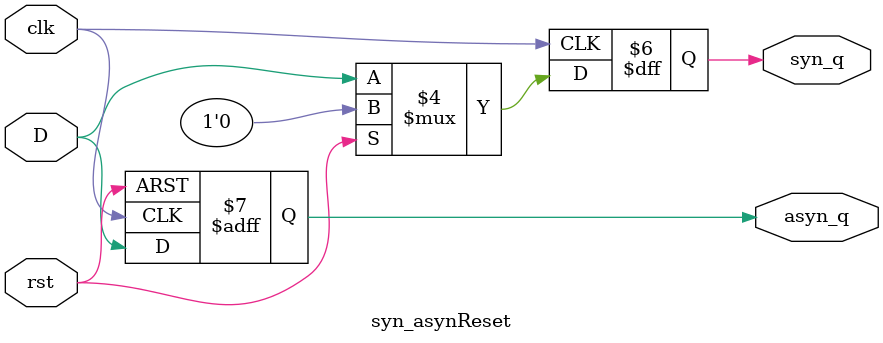
<source format=v>

module syn_asynReset ( input clk ,rst,D , output reg syn_q , asyn_q);

// asynchronous reset
always @(posedge clk or posedge rst) begin
  if(rst) asyn_q <= 1'b0;
  else asyn_q <=D;
end

// synchronous reset
always @( posedge clk )begin
  if(rst) syn_q <= 1'b0;
else syn_q <=D;
end

endmodule
</source>
